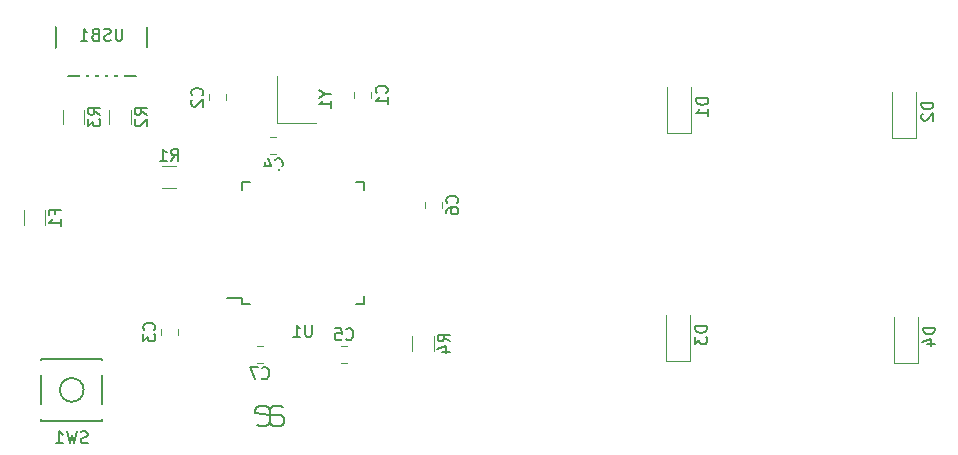
<source format=gbo>
G04 #@! TF.GenerationSoftware,KiCad,Pcbnew,(5.1.4)-1*
G04 #@! TF.CreationDate,2021-03-02T11:58:10-08:00*
G04 #@! TF.ProjectId,NMB-75,4e4d422d-3735-42e6-9b69-6361645f7063,rev?*
G04 #@! TF.SameCoordinates,Original*
G04 #@! TF.FileFunction,Legend,Bot*
G04 #@! TF.FilePolarity,Positive*
%FSLAX46Y46*%
G04 Gerber Fmt 4.6, Leading zero omitted, Abs format (unit mm)*
G04 Created by KiCad (PCBNEW (5.1.4)-1) date 2021-03-02 11:58:10*
%MOMM*%
%LPD*%
G04 APERTURE LIST*
%ADD10C,0.150000*%
%ADD11C,0.120000*%
%ADD12R,1.302000X1.502000*%
%ADD13O,1.802000X2.802000*%
%ADD14R,0.602000X2.352000*%
%ADD15R,0.652000X1.602000*%
%ADD16R,1.602000X0.652000*%
%ADD17R,1.902000X1.202000*%
%ADD18C,0.100000*%
%ADD19C,1.352000*%
%ADD20C,1.852000*%
%ADD21C,2.352000*%
%ADD22C,4.089800*%
%ADD23C,2.352000*%
%ADD24R,1.302000X1.002000*%
%ADD25C,1.077000*%
G04 APERTURE END LIST*
D10*
X112213571Y-117051666D02*
X111971666Y-116930714D01*
X111487857Y-116930714D01*
X111245952Y-117051666D01*
X111125000Y-117293571D01*
X110036428Y-118503095D02*
X110278333Y-118624047D01*
X110762142Y-118624047D01*
X111004047Y-118503095D01*
X111125000Y-118261190D01*
X111125000Y-117293571D01*
X111004047Y-117051666D01*
X110762142Y-116930714D01*
X110278333Y-116930714D01*
X110036428Y-117051666D01*
X109915476Y-117293571D01*
X109915476Y-117535476D01*
X111125000Y-117656428D01*
X111971666Y-117656428D01*
X112213571Y-117777380D01*
X112334523Y-118019285D01*
X112334523Y-118261190D01*
X112213571Y-118503095D01*
X111971666Y-118624047D01*
X111487857Y-118624047D01*
X111245952Y-118503095D01*
X111125000Y-118261190D01*
D11*
X111761000Y-92963750D02*
X111761000Y-88963750D01*
X115061000Y-92963750D02*
X111761000Y-92963750D01*
D10*
X93051000Y-83511000D02*
X93051000Y-88961000D01*
X100751000Y-83511000D02*
X100751000Y-88961000D01*
X93051000Y-88961000D02*
X100751000Y-88961000D01*
X108744000Y-107755750D02*
X107469000Y-107755750D01*
X119094000Y-108330750D02*
X118419000Y-108330750D01*
X119094000Y-97980750D02*
X118419000Y-97980750D01*
X108744000Y-97980750D02*
X109419000Y-97980750D01*
X108744000Y-108330750D02*
X109419000Y-108330750D01*
X108744000Y-97980750D02*
X108744000Y-98655750D01*
X119094000Y-97980750D02*
X119094000Y-98655750D01*
X119094000Y-108330750D02*
X119094000Y-107655750D01*
X108744000Y-108330750D02*
X108744000Y-107755750D01*
X96961000Y-112970000D02*
X91761000Y-112970000D01*
X91761000Y-112970000D02*
X91761000Y-118170000D01*
X91761000Y-118170000D02*
X96961000Y-118170000D01*
X96961000Y-118170000D02*
X96961000Y-112970000D01*
X95361000Y-115570000D02*
G75*
G03X95361000Y-115570000I-1000000J0D01*
G01*
D11*
X123169000Y-112238064D02*
X123169000Y-111033936D01*
X124989000Y-112238064D02*
X124989000Y-111033936D01*
X93578000Y-93055064D02*
X93578000Y-91850936D01*
X95398000Y-93055064D02*
X95398000Y-91850936D01*
X97515000Y-93061064D02*
X97515000Y-91856936D01*
X99335000Y-93061064D02*
X99335000Y-91856936D01*
X103215064Y-98446000D02*
X102010936Y-98446000D01*
X103215064Y-96626000D02*
X102010936Y-96626000D01*
X90276000Y-101570064D02*
X90276000Y-100365936D01*
X92096000Y-101570064D02*
X92096000Y-100365936D01*
X165973000Y-113278750D02*
X165973000Y-109378750D01*
X163973000Y-113278750D02*
X163973000Y-109378750D01*
X165973000Y-113278750D02*
X163973000Y-113278750D01*
X146669000Y-113152750D02*
X146669000Y-109252750D01*
X144669000Y-113152750D02*
X144669000Y-109252750D01*
X146669000Y-113152750D02*
X144669000Y-113152750D01*
X165846000Y-94228750D02*
X165846000Y-90328750D01*
X163846000Y-94228750D02*
X163846000Y-90328750D01*
X165846000Y-94228750D02*
X163846000Y-94228750D01*
X146796000Y-93849750D02*
X146796000Y-89949750D01*
X144796000Y-93849750D02*
X144796000Y-89949750D01*
X146796000Y-93849750D02*
X144796000Y-93849750D01*
X110025922Y-111843750D02*
X110543078Y-111843750D01*
X110025922Y-113263750D02*
X110543078Y-113263750D01*
X124258000Y-100160828D02*
X124258000Y-99643672D01*
X125678000Y-100160828D02*
X125678000Y-99643672D01*
X117685078Y-113263750D02*
X117167922Y-113263750D01*
X117685078Y-111843750D02*
X117167922Y-111843750D01*
X111168922Y-94159000D02*
X111686078Y-94159000D01*
X111168922Y-95579000D02*
X111686078Y-95579000D01*
X103326000Y-110406922D02*
X103326000Y-110924078D01*
X101906000Y-110406922D02*
X101906000Y-110924078D01*
X107390000Y-90529672D02*
X107390000Y-91046828D01*
X105970000Y-90529672D02*
X105970000Y-91046828D01*
X118289000Y-90841328D02*
X118289000Y-90324172D01*
X119709000Y-90841328D02*
X119709000Y-90324172D01*
D10*
X115837190Y-90487559D02*
X116313380Y-90487559D01*
X115313380Y-90154226D02*
X115837190Y-90487559D01*
X115313380Y-90820892D01*
X116313380Y-91678035D02*
X116313380Y-91106607D01*
X116313380Y-91392321D02*
X115313380Y-91392321D01*
X115456238Y-91297083D01*
X115551476Y-91201845D01*
X115599095Y-91106607D01*
X98639095Y-84995380D02*
X98639095Y-85804904D01*
X98591476Y-85900142D01*
X98543857Y-85947761D01*
X98448619Y-85995380D01*
X98258142Y-85995380D01*
X98162904Y-85947761D01*
X98115285Y-85900142D01*
X98067666Y-85804904D01*
X98067666Y-84995380D01*
X97639095Y-85947761D02*
X97496238Y-85995380D01*
X97258142Y-85995380D01*
X97162904Y-85947761D01*
X97115285Y-85900142D01*
X97067666Y-85804904D01*
X97067666Y-85709666D01*
X97115285Y-85614428D01*
X97162904Y-85566809D01*
X97258142Y-85519190D01*
X97448619Y-85471571D01*
X97543857Y-85423952D01*
X97591476Y-85376333D01*
X97639095Y-85281095D01*
X97639095Y-85185857D01*
X97591476Y-85090619D01*
X97543857Y-85043000D01*
X97448619Y-84995380D01*
X97210523Y-84995380D01*
X97067666Y-85043000D01*
X96305761Y-85471571D02*
X96162904Y-85519190D01*
X96115285Y-85566809D01*
X96067666Y-85662047D01*
X96067666Y-85804904D01*
X96115285Y-85900142D01*
X96162904Y-85947761D01*
X96258142Y-85995380D01*
X96639095Y-85995380D01*
X96639095Y-84995380D01*
X96305761Y-84995380D01*
X96210523Y-85043000D01*
X96162904Y-85090619D01*
X96115285Y-85185857D01*
X96115285Y-85281095D01*
X96162904Y-85376333D01*
X96210523Y-85423952D01*
X96305761Y-85471571D01*
X96639095Y-85471571D01*
X95115285Y-85995380D02*
X95686714Y-85995380D01*
X95401000Y-85995380D02*
X95401000Y-84995380D01*
X95496238Y-85138238D01*
X95591476Y-85233476D01*
X95686714Y-85281095D01*
X114680904Y-110058130D02*
X114680904Y-110867654D01*
X114633285Y-110962892D01*
X114585666Y-111010511D01*
X114490428Y-111058130D01*
X114299952Y-111058130D01*
X114204714Y-111010511D01*
X114157095Y-110962892D01*
X114109476Y-110867654D01*
X114109476Y-110058130D01*
X113109476Y-111058130D02*
X113680904Y-111058130D01*
X113395190Y-111058130D02*
X113395190Y-110058130D01*
X113490428Y-110200988D01*
X113585666Y-110296226D01*
X113680904Y-110343845D01*
X95694333Y-120038761D02*
X95551476Y-120086380D01*
X95313380Y-120086380D01*
X95218142Y-120038761D01*
X95170523Y-119991142D01*
X95122904Y-119895904D01*
X95122904Y-119800666D01*
X95170523Y-119705428D01*
X95218142Y-119657809D01*
X95313380Y-119610190D01*
X95503857Y-119562571D01*
X95599095Y-119514952D01*
X95646714Y-119467333D01*
X95694333Y-119372095D01*
X95694333Y-119276857D01*
X95646714Y-119181619D01*
X95599095Y-119134000D01*
X95503857Y-119086380D01*
X95265761Y-119086380D01*
X95122904Y-119134000D01*
X94789571Y-119086380D02*
X94551476Y-120086380D01*
X94361000Y-119372095D01*
X94170523Y-120086380D01*
X93932428Y-119086380D01*
X93027666Y-120086380D02*
X93599095Y-120086380D01*
X93313380Y-120086380D02*
X93313380Y-119086380D01*
X93408619Y-119229238D01*
X93503857Y-119324476D01*
X93599095Y-119372095D01*
X126351380Y-111469333D02*
X125875190Y-111136000D01*
X126351380Y-110897904D02*
X125351380Y-110897904D01*
X125351380Y-111278857D01*
X125399000Y-111374095D01*
X125446619Y-111421714D01*
X125541857Y-111469333D01*
X125684714Y-111469333D01*
X125779952Y-111421714D01*
X125827571Y-111374095D01*
X125875190Y-111278857D01*
X125875190Y-110897904D01*
X125684714Y-112326476D02*
X126351380Y-112326476D01*
X125303761Y-112088380D02*
X126018047Y-111850285D01*
X126018047Y-112469333D01*
X96760380Y-92286333D02*
X96284190Y-91953000D01*
X96760380Y-91714904D02*
X95760380Y-91714904D01*
X95760380Y-92095857D01*
X95808000Y-92191095D01*
X95855619Y-92238714D01*
X95950857Y-92286333D01*
X96093714Y-92286333D01*
X96188952Y-92238714D01*
X96236571Y-92191095D01*
X96284190Y-92095857D01*
X96284190Y-91714904D01*
X95760380Y-92619666D02*
X95760380Y-93238714D01*
X96141333Y-92905380D01*
X96141333Y-93048238D01*
X96188952Y-93143476D01*
X96236571Y-93191095D01*
X96331809Y-93238714D01*
X96569904Y-93238714D01*
X96665142Y-93191095D01*
X96712761Y-93143476D01*
X96760380Y-93048238D01*
X96760380Y-92762523D01*
X96712761Y-92667285D01*
X96665142Y-92619666D01*
X100697380Y-92292333D02*
X100221190Y-91959000D01*
X100697380Y-91720904D02*
X99697380Y-91720904D01*
X99697380Y-92101857D01*
X99745000Y-92197095D01*
X99792619Y-92244714D01*
X99887857Y-92292333D01*
X100030714Y-92292333D01*
X100125952Y-92244714D01*
X100173571Y-92197095D01*
X100221190Y-92101857D01*
X100221190Y-91720904D01*
X99792619Y-92673285D02*
X99745000Y-92720904D01*
X99697380Y-92816142D01*
X99697380Y-93054238D01*
X99745000Y-93149476D01*
X99792619Y-93197095D01*
X99887857Y-93244714D01*
X99983095Y-93244714D01*
X100125952Y-93197095D01*
X100697380Y-92625666D01*
X100697380Y-93244714D01*
X102779666Y-96168380D02*
X103113000Y-95692190D01*
X103351095Y-96168380D02*
X103351095Y-95168380D01*
X102970142Y-95168380D01*
X102874904Y-95216000D01*
X102827285Y-95263619D01*
X102779666Y-95358857D01*
X102779666Y-95501714D01*
X102827285Y-95596952D01*
X102874904Y-95644571D01*
X102970142Y-95692190D01*
X103351095Y-95692190D01*
X101827285Y-96168380D02*
X102398714Y-96168380D01*
X102113000Y-96168380D02*
X102113000Y-95168380D01*
X102208238Y-95311238D01*
X102303476Y-95406476D01*
X102398714Y-95454095D01*
X92934571Y-100634666D02*
X92934571Y-100301333D01*
X93458380Y-100301333D02*
X92458380Y-100301333D01*
X92458380Y-100777523D01*
X93458380Y-101682285D02*
X93458380Y-101110857D01*
X93458380Y-101396571D02*
X92458380Y-101396571D01*
X92601238Y-101301333D01*
X92696476Y-101206095D01*
X92744095Y-101110857D01*
X167425380Y-110290654D02*
X166425380Y-110290654D01*
X166425380Y-110528750D01*
X166473000Y-110671607D01*
X166568238Y-110766845D01*
X166663476Y-110814464D01*
X166853952Y-110862083D01*
X166996809Y-110862083D01*
X167187285Y-110814464D01*
X167282523Y-110766845D01*
X167377761Y-110671607D01*
X167425380Y-110528750D01*
X167425380Y-110290654D01*
X166758714Y-111719226D02*
X167425380Y-111719226D01*
X166377761Y-111481130D02*
X167092047Y-111243035D01*
X167092047Y-111862083D01*
X148121380Y-110164654D02*
X147121380Y-110164654D01*
X147121380Y-110402750D01*
X147169000Y-110545607D01*
X147264238Y-110640845D01*
X147359476Y-110688464D01*
X147549952Y-110736083D01*
X147692809Y-110736083D01*
X147883285Y-110688464D01*
X147978523Y-110640845D01*
X148073761Y-110545607D01*
X148121380Y-110402750D01*
X148121380Y-110164654D01*
X147121380Y-111069416D02*
X147121380Y-111688464D01*
X147502333Y-111355130D01*
X147502333Y-111497988D01*
X147549952Y-111593226D01*
X147597571Y-111640845D01*
X147692809Y-111688464D01*
X147930904Y-111688464D01*
X148026142Y-111640845D01*
X148073761Y-111593226D01*
X148121380Y-111497988D01*
X148121380Y-111212273D01*
X148073761Y-111117035D01*
X148026142Y-111069416D01*
X167298380Y-91240654D02*
X166298380Y-91240654D01*
X166298380Y-91478750D01*
X166346000Y-91621607D01*
X166441238Y-91716845D01*
X166536476Y-91764464D01*
X166726952Y-91812083D01*
X166869809Y-91812083D01*
X167060285Y-91764464D01*
X167155523Y-91716845D01*
X167250761Y-91621607D01*
X167298380Y-91478750D01*
X167298380Y-91240654D01*
X166393619Y-92193035D02*
X166346000Y-92240654D01*
X166298380Y-92335892D01*
X166298380Y-92573988D01*
X166346000Y-92669226D01*
X166393619Y-92716845D01*
X166488857Y-92764464D01*
X166584095Y-92764464D01*
X166726952Y-92716845D01*
X167298380Y-92145416D01*
X167298380Y-92764464D01*
X148248380Y-90861654D02*
X147248380Y-90861654D01*
X147248380Y-91099750D01*
X147296000Y-91242607D01*
X147391238Y-91337845D01*
X147486476Y-91385464D01*
X147676952Y-91433083D01*
X147819809Y-91433083D01*
X148010285Y-91385464D01*
X148105523Y-91337845D01*
X148200761Y-91242607D01*
X148248380Y-91099750D01*
X148248380Y-90861654D01*
X148248380Y-92385464D02*
X148248380Y-91814035D01*
X148248380Y-92099750D02*
X147248380Y-92099750D01*
X147391238Y-92004511D01*
X147486476Y-91909273D01*
X147534095Y-91814035D01*
X110451166Y-114560892D02*
X110498785Y-114608511D01*
X110641642Y-114656130D01*
X110736880Y-114656130D01*
X110879738Y-114608511D01*
X110974976Y-114513273D01*
X111022595Y-114418035D01*
X111070214Y-114227559D01*
X111070214Y-114084702D01*
X111022595Y-113894226D01*
X110974976Y-113798988D01*
X110879738Y-113703750D01*
X110736880Y-113656130D01*
X110641642Y-113656130D01*
X110498785Y-113703750D01*
X110451166Y-113751369D01*
X110117833Y-113656130D02*
X109451166Y-113656130D01*
X109879738Y-114656130D01*
X126975142Y-99735583D02*
X127022761Y-99687964D01*
X127070380Y-99545107D01*
X127070380Y-99449869D01*
X127022761Y-99307011D01*
X126927523Y-99211773D01*
X126832285Y-99164154D01*
X126641809Y-99116535D01*
X126498952Y-99116535D01*
X126308476Y-99164154D01*
X126213238Y-99211773D01*
X126118000Y-99307011D01*
X126070380Y-99449869D01*
X126070380Y-99545107D01*
X126118000Y-99687964D01*
X126165619Y-99735583D01*
X126070380Y-100592726D02*
X126070380Y-100402250D01*
X126118000Y-100307011D01*
X126165619Y-100259392D01*
X126308476Y-100164154D01*
X126498952Y-100116535D01*
X126879904Y-100116535D01*
X126975142Y-100164154D01*
X127022761Y-100211773D01*
X127070380Y-100307011D01*
X127070380Y-100497488D01*
X127022761Y-100592726D01*
X126975142Y-100640345D01*
X126879904Y-100687964D01*
X126641809Y-100687964D01*
X126546571Y-100640345D01*
X126498952Y-100592726D01*
X126451333Y-100497488D01*
X126451333Y-100307011D01*
X126498952Y-100211773D01*
X126546571Y-100164154D01*
X126641809Y-100116535D01*
X117593166Y-111260892D02*
X117640785Y-111308511D01*
X117783642Y-111356130D01*
X117878880Y-111356130D01*
X118021738Y-111308511D01*
X118116976Y-111213273D01*
X118164595Y-111118035D01*
X118212214Y-110927559D01*
X118212214Y-110784702D01*
X118164595Y-110594226D01*
X118116976Y-110498988D01*
X118021738Y-110403750D01*
X117878880Y-110356130D01*
X117783642Y-110356130D01*
X117640785Y-110403750D01*
X117593166Y-110451369D01*
X116688404Y-110356130D02*
X117164595Y-110356130D01*
X117212214Y-110832321D01*
X117164595Y-110784702D01*
X117069357Y-110737083D01*
X116831261Y-110737083D01*
X116736023Y-110784702D01*
X116688404Y-110832321D01*
X116640785Y-110927559D01*
X116640785Y-111165654D01*
X116688404Y-111260892D01*
X116736023Y-111308511D01*
X116831261Y-111356130D01*
X117069357Y-111356130D01*
X117164595Y-111308511D01*
X117212214Y-111260892D01*
X111594166Y-96876142D02*
X111641785Y-96923761D01*
X111784642Y-96971380D01*
X111879880Y-96971380D01*
X112022738Y-96923761D01*
X112117976Y-96828523D01*
X112165595Y-96733285D01*
X112213214Y-96542809D01*
X112213214Y-96399952D01*
X112165595Y-96209476D01*
X112117976Y-96114238D01*
X112022738Y-96019000D01*
X111879880Y-95971380D01*
X111784642Y-95971380D01*
X111641785Y-96019000D01*
X111594166Y-96066619D01*
X110737023Y-96304714D02*
X110737023Y-96971380D01*
X110975119Y-95923761D02*
X111213214Y-96638047D01*
X110594166Y-96638047D01*
X101323142Y-110498833D02*
X101370761Y-110451214D01*
X101418380Y-110308357D01*
X101418380Y-110213119D01*
X101370761Y-110070261D01*
X101275523Y-109975023D01*
X101180285Y-109927404D01*
X100989809Y-109879785D01*
X100846952Y-109879785D01*
X100656476Y-109927404D01*
X100561238Y-109975023D01*
X100466000Y-110070261D01*
X100418380Y-110213119D01*
X100418380Y-110308357D01*
X100466000Y-110451214D01*
X100513619Y-110498833D01*
X100418380Y-110832166D02*
X100418380Y-111451214D01*
X100799333Y-111117880D01*
X100799333Y-111260738D01*
X100846952Y-111355976D01*
X100894571Y-111403595D01*
X100989809Y-111451214D01*
X101227904Y-111451214D01*
X101323142Y-111403595D01*
X101370761Y-111355976D01*
X101418380Y-111260738D01*
X101418380Y-110975023D01*
X101370761Y-110879785D01*
X101323142Y-110832166D01*
X105387142Y-90621583D02*
X105434761Y-90573964D01*
X105482380Y-90431107D01*
X105482380Y-90335869D01*
X105434761Y-90193011D01*
X105339523Y-90097773D01*
X105244285Y-90050154D01*
X105053809Y-90002535D01*
X104910952Y-90002535D01*
X104720476Y-90050154D01*
X104625238Y-90097773D01*
X104530000Y-90193011D01*
X104482380Y-90335869D01*
X104482380Y-90431107D01*
X104530000Y-90573964D01*
X104577619Y-90621583D01*
X104577619Y-91002535D02*
X104530000Y-91050154D01*
X104482380Y-91145392D01*
X104482380Y-91383488D01*
X104530000Y-91478726D01*
X104577619Y-91526345D01*
X104672857Y-91573964D01*
X104768095Y-91573964D01*
X104910952Y-91526345D01*
X105482380Y-90954916D01*
X105482380Y-91573964D01*
X121006142Y-90416083D02*
X121053761Y-90368464D01*
X121101380Y-90225607D01*
X121101380Y-90130369D01*
X121053761Y-89987511D01*
X120958523Y-89892273D01*
X120863285Y-89844654D01*
X120672809Y-89797035D01*
X120529952Y-89797035D01*
X120339476Y-89844654D01*
X120244238Y-89892273D01*
X120149000Y-89987511D01*
X120101380Y-90130369D01*
X120101380Y-90225607D01*
X120149000Y-90368464D01*
X120196619Y-90416083D01*
X121101380Y-91368464D02*
X121101380Y-90797035D01*
X121101380Y-91082750D02*
X120101380Y-91082750D01*
X120244238Y-90987511D01*
X120339476Y-90892273D01*
X120387095Y-90797035D01*
%LPC*%
D12*
X114261000Y-92063750D03*
X114261000Y-89863750D03*
X112561000Y-89863750D03*
X112561000Y-92063750D03*
D13*
X93251000Y-83511000D03*
X100551000Y-83511000D03*
X100551000Y-88011000D03*
X93251000Y-88011000D03*
D14*
X95301000Y-88011000D03*
X96101000Y-88011000D03*
X96901000Y-88011000D03*
X97701000Y-88011000D03*
X98501000Y-88011000D03*
D15*
X109919000Y-108855750D03*
X110719000Y-108855750D03*
X111519000Y-108855750D03*
X112319000Y-108855750D03*
X113119000Y-108855750D03*
X113919000Y-108855750D03*
X114719000Y-108855750D03*
X115519000Y-108855750D03*
X116319000Y-108855750D03*
X117119000Y-108855750D03*
X117919000Y-108855750D03*
D16*
X119619000Y-107155750D03*
X119619000Y-106355750D03*
X119619000Y-105555750D03*
X119619000Y-104755750D03*
X119619000Y-103955750D03*
X119619000Y-103155750D03*
X119619000Y-102355750D03*
X119619000Y-101555750D03*
X119619000Y-100755750D03*
X119619000Y-99955750D03*
X119619000Y-99155750D03*
D15*
X117919000Y-97455750D03*
X117119000Y-97455750D03*
X116319000Y-97455750D03*
X115519000Y-97455750D03*
X114719000Y-97455750D03*
X113919000Y-97455750D03*
X113119000Y-97455750D03*
X112319000Y-97455750D03*
X111519000Y-97455750D03*
X110719000Y-97455750D03*
X109919000Y-97455750D03*
D16*
X108219000Y-99155750D03*
X108219000Y-99955750D03*
X108219000Y-100755750D03*
X108219000Y-101555750D03*
X108219000Y-102355750D03*
X108219000Y-103155750D03*
X108219000Y-103955750D03*
X108219000Y-104755750D03*
X108219000Y-105555750D03*
X108219000Y-106355750D03*
X108219000Y-107155750D03*
D17*
X97461000Y-117420000D03*
X91261000Y-113720000D03*
X97461000Y-113720000D03*
X91261000Y-117420000D03*
D18*
G36*
X124761104Y-109561302D02*
G01*
X124787352Y-109565196D01*
X124813093Y-109571643D01*
X124838078Y-109580583D01*
X124862066Y-109591928D01*
X124884826Y-109605571D01*
X124906140Y-109621378D01*
X124925802Y-109639198D01*
X124943622Y-109658860D01*
X124959429Y-109680174D01*
X124973072Y-109702934D01*
X124984417Y-109726922D01*
X124993357Y-109751907D01*
X124999804Y-109777648D01*
X125003698Y-109803896D01*
X125005000Y-109830400D01*
X125005000Y-110641600D01*
X125003698Y-110668104D01*
X124999804Y-110694352D01*
X124993357Y-110720093D01*
X124984417Y-110745078D01*
X124973072Y-110769066D01*
X124959429Y-110791826D01*
X124943622Y-110813140D01*
X124925802Y-110832802D01*
X124906140Y-110850622D01*
X124884826Y-110866429D01*
X124862066Y-110880072D01*
X124838078Y-110891417D01*
X124813093Y-110900357D01*
X124787352Y-110906804D01*
X124761104Y-110910698D01*
X124734600Y-110912000D01*
X123423400Y-110912000D01*
X123396896Y-110910698D01*
X123370648Y-110906804D01*
X123344907Y-110900357D01*
X123319922Y-110891417D01*
X123295934Y-110880072D01*
X123273174Y-110866429D01*
X123251860Y-110850622D01*
X123232198Y-110832802D01*
X123214378Y-110813140D01*
X123198571Y-110791826D01*
X123184928Y-110769066D01*
X123173583Y-110745078D01*
X123164643Y-110720093D01*
X123158196Y-110694352D01*
X123154302Y-110668104D01*
X123153000Y-110641600D01*
X123153000Y-109830400D01*
X123154302Y-109803896D01*
X123158196Y-109777648D01*
X123164643Y-109751907D01*
X123173583Y-109726922D01*
X123184928Y-109702934D01*
X123198571Y-109680174D01*
X123214378Y-109658860D01*
X123232198Y-109639198D01*
X123251860Y-109621378D01*
X123273174Y-109605571D01*
X123295934Y-109591928D01*
X123319922Y-109580583D01*
X123344907Y-109571643D01*
X123370648Y-109565196D01*
X123396896Y-109561302D01*
X123423400Y-109560000D01*
X124734600Y-109560000D01*
X124761104Y-109561302D01*
X124761104Y-109561302D01*
G37*
D19*
X124079000Y-110236000D03*
D18*
G36*
X124761104Y-112361302D02*
G01*
X124787352Y-112365196D01*
X124813093Y-112371643D01*
X124838078Y-112380583D01*
X124862066Y-112391928D01*
X124884826Y-112405571D01*
X124906140Y-112421378D01*
X124925802Y-112439198D01*
X124943622Y-112458860D01*
X124959429Y-112480174D01*
X124973072Y-112502934D01*
X124984417Y-112526922D01*
X124993357Y-112551907D01*
X124999804Y-112577648D01*
X125003698Y-112603896D01*
X125005000Y-112630400D01*
X125005000Y-113441600D01*
X125003698Y-113468104D01*
X124999804Y-113494352D01*
X124993357Y-113520093D01*
X124984417Y-113545078D01*
X124973072Y-113569066D01*
X124959429Y-113591826D01*
X124943622Y-113613140D01*
X124925802Y-113632802D01*
X124906140Y-113650622D01*
X124884826Y-113666429D01*
X124862066Y-113680072D01*
X124838078Y-113691417D01*
X124813093Y-113700357D01*
X124787352Y-113706804D01*
X124761104Y-113710698D01*
X124734600Y-113712000D01*
X123423400Y-113712000D01*
X123396896Y-113710698D01*
X123370648Y-113706804D01*
X123344907Y-113700357D01*
X123319922Y-113691417D01*
X123295934Y-113680072D01*
X123273174Y-113666429D01*
X123251860Y-113650622D01*
X123232198Y-113632802D01*
X123214378Y-113613140D01*
X123198571Y-113591826D01*
X123184928Y-113569066D01*
X123173583Y-113545078D01*
X123164643Y-113520093D01*
X123158196Y-113494352D01*
X123154302Y-113468104D01*
X123153000Y-113441600D01*
X123153000Y-112630400D01*
X123154302Y-112603896D01*
X123158196Y-112577648D01*
X123164643Y-112551907D01*
X123173583Y-112526922D01*
X123184928Y-112502934D01*
X123198571Y-112480174D01*
X123214378Y-112458860D01*
X123232198Y-112439198D01*
X123251860Y-112421378D01*
X123273174Y-112405571D01*
X123295934Y-112391928D01*
X123319922Y-112380583D01*
X123344907Y-112371643D01*
X123370648Y-112365196D01*
X123396896Y-112361302D01*
X123423400Y-112360000D01*
X124734600Y-112360000D01*
X124761104Y-112361302D01*
X124761104Y-112361302D01*
G37*
D19*
X124079000Y-113036000D03*
D18*
G36*
X95170104Y-90378302D02*
G01*
X95196352Y-90382196D01*
X95222093Y-90388643D01*
X95247078Y-90397583D01*
X95271066Y-90408928D01*
X95293826Y-90422571D01*
X95315140Y-90438378D01*
X95334802Y-90456198D01*
X95352622Y-90475860D01*
X95368429Y-90497174D01*
X95382072Y-90519934D01*
X95393417Y-90543922D01*
X95402357Y-90568907D01*
X95408804Y-90594648D01*
X95412698Y-90620896D01*
X95414000Y-90647400D01*
X95414000Y-91458600D01*
X95412698Y-91485104D01*
X95408804Y-91511352D01*
X95402357Y-91537093D01*
X95393417Y-91562078D01*
X95382072Y-91586066D01*
X95368429Y-91608826D01*
X95352622Y-91630140D01*
X95334802Y-91649802D01*
X95315140Y-91667622D01*
X95293826Y-91683429D01*
X95271066Y-91697072D01*
X95247078Y-91708417D01*
X95222093Y-91717357D01*
X95196352Y-91723804D01*
X95170104Y-91727698D01*
X95143600Y-91729000D01*
X93832400Y-91729000D01*
X93805896Y-91727698D01*
X93779648Y-91723804D01*
X93753907Y-91717357D01*
X93728922Y-91708417D01*
X93704934Y-91697072D01*
X93682174Y-91683429D01*
X93660860Y-91667622D01*
X93641198Y-91649802D01*
X93623378Y-91630140D01*
X93607571Y-91608826D01*
X93593928Y-91586066D01*
X93582583Y-91562078D01*
X93573643Y-91537093D01*
X93567196Y-91511352D01*
X93563302Y-91485104D01*
X93562000Y-91458600D01*
X93562000Y-90647400D01*
X93563302Y-90620896D01*
X93567196Y-90594648D01*
X93573643Y-90568907D01*
X93582583Y-90543922D01*
X93593928Y-90519934D01*
X93607571Y-90497174D01*
X93623378Y-90475860D01*
X93641198Y-90456198D01*
X93660860Y-90438378D01*
X93682174Y-90422571D01*
X93704934Y-90408928D01*
X93728922Y-90397583D01*
X93753907Y-90388643D01*
X93779648Y-90382196D01*
X93805896Y-90378302D01*
X93832400Y-90377000D01*
X95143600Y-90377000D01*
X95170104Y-90378302D01*
X95170104Y-90378302D01*
G37*
D19*
X94488000Y-91053000D03*
D18*
G36*
X95170104Y-93178302D02*
G01*
X95196352Y-93182196D01*
X95222093Y-93188643D01*
X95247078Y-93197583D01*
X95271066Y-93208928D01*
X95293826Y-93222571D01*
X95315140Y-93238378D01*
X95334802Y-93256198D01*
X95352622Y-93275860D01*
X95368429Y-93297174D01*
X95382072Y-93319934D01*
X95393417Y-93343922D01*
X95402357Y-93368907D01*
X95408804Y-93394648D01*
X95412698Y-93420896D01*
X95414000Y-93447400D01*
X95414000Y-94258600D01*
X95412698Y-94285104D01*
X95408804Y-94311352D01*
X95402357Y-94337093D01*
X95393417Y-94362078D01*
X95382072Y-94386066D01*
X95368429Y-94408826D01*
X95352622Y-94430140D01*
X95334802Y-94449802D01*
X95315140Y-94467622D01*
X95293826Y-94483429D01*
X95271066Y-94497072D01*
X95247078Y-94508417D01*
X95222093Y-94517357D01*
X95196352Y-94523804D01*
X95170104Y-94527698D01*
X95143600Y-94529000D01*
X93832400Y-94529000D01*
X93805896Y-94527698D01*
X93779648Y-94523804D01*
X93753907Y-94517357D01*
X93728922Y-94508417D01*
X93704934Y-94497072D01*
X93682174Y-94483429D01*
X93660860Y-94467622D01*
X93641198Y-94449802D01*
X93623378Y-94430140D01*
X93607571Y-94408826D01*
X93593928Y-94386066D01*
X93582583Y-94362078D01*
X93573643Y-94337093D01*
X93567196Y-94311352D01*
X93563302Y-94285104D01*
X93562000Y-94258600D01*
X93562000Y-93447400D01*
X93563302Y-93420896D01*
X93567196Y-93394648D01*
X93573643Y-93368907D01*
X93582583Y-93343922D01*
X93593928Y-93319934D01*
X93607571Y-93297174D01*
X93623378Y-93275860D01*
X93641198Y-93256198D01*
X93660860Y-93238378D01*
X93682174Y-93222571D01*
X93704934Y-93208928D01*
X93728922Y-93197583D01*
X93753907Y-93188643D01*
X93779648Y-93182196D01*
X93805896Y-93178302D01*
X93832400Y-93177000D01*
X95143600Y-93177000D01*
X95170104Y-93178302D01*
X95170104Y-93178302D01*
G37*
D19*
X94488000Y-93853000D03*
D18*
G36*
X99107104Y-90384302D02*
G01*
X99133352Y-90388196D01*
X99159093Y-90394643D01*
X99184078Y-90403583D01*
X99208066Y-90414928D01*
X99230826Y-90428571D01*
X99252140Y-90444378D01*
X99271802Y-90462198D01*
X99289622Y-90481860D01*
X99305429Y-90503174D01*
X99319072Y-90525934D01*
X99330417Y-90549922D01*
X99339357Y-90574907D01*
X99345804Y-90600648D01*
X99349698Y-90626896D01*
X99351000Y-90653400D01*
X99351000Y-91464600D01*
X99349698Y-91491104D01*
X99345804Y-91517352D01*
X99339357Y-91543093D01*
X99330417Y-91568078D01*
X99319072Y-91592066D01*
X99305429Y-91614826D01*
X99289622Y-91636140D01*
X99271802Y-91655802D01*
X99252140Y-91673622D01*
X99230826Y-91689429D01*
X99208066Y-91703072D01*
X99184078Y-91714417D01*
X99159093Y-91723357D01*
X99133352Y-91729804D01*
X99107104Y-91733698D01*
X99080600Y-91735000D01*
X97769400Y-91735000D01*
X97742896Y-91733698D01*
X97716648Y-91729804D01*
X97690907Y-91723357D01*
X97665922Y-91714417D01*
X97641934Y-91703072D01*
X97619174Y-91689429D01*
X97597860Y-91673622D01*
X97578198Y-91655802D01*
X97560378Y-91636140D01*
X97544571Y-91614826D01*
X97530928Y-91592066D01*
X97519583Y-91568078D01*
X97510643Y-91543093D01*
X97504196Y-91517352D01*
X97500302Y-91491104D01*
X97499000Y-91464600D01*
X97499000Y-90653400D01*
X97500302Y-90626896D01*
X97504196Y-90600648D01*
X97510643Y-90574907D01*
X97519583Y-90549922D01*
X97530928Y-90525934D01*
X97544571Y-90503174D01*
X97560378Y-90481860D01*
X97578198Y-90462198D01*
X97597860Y-90444378D01*
X97619174Y-90428571D01*
X97641934Y-90414928D01*
X97665922Y-90403583D01*
X97690907Y-90394643D01*
X97716648Y-90388196D01*
X97742896Y-90384302D01*
X97769400Y-90383000D01*
X99080600Y-90383000D01*
X99107104Y-90384302D01*
X99107104Y-90384302D01*
G37*
D19*
X98425000Y-91059000D03*
D18*
G36*
X99107104Y-93184302D02*
G01*
X99133352Y-93188196D01*
X99159093Y-93194643D01*
X99184078Y-93203583D01*
X99208066Y-93214928D01*
X99230826Y-93228571D01*
X99252140Y-93244378D01*
X99271802Y-93262198D01*
X99289622Y-93281860D01*
X99305429Y-93303174D01*
X99319072Y-93325934D01*
X99330417Y-93349922D01*
X99339357Y-93374907D01*
X99345804Y-93400648D01*
X99349698Y-93426896D01*
X99351000Y-93453400D01*
X99351000Y-94264600D01*
X99349698Y-94291104D01*
X99345804Y-94317352D01*
X99339357Y-94343093D01*
X99330417Y-94368078D01*
X99319072Y-94392066D01*
X99305429Y-94414826D01*
X99289622Y-94436140D01*
X99271802Y-94455802D01*
X99252140Y-94473622D01*
X99230826Y-94489429D01*
X99208066Y-94503072D01*
X99184078Y-94514417D01*
X99159093Y-94523357D01*
X99133352Y-94529804D01*
X99107104Y-94533698D01*
X99080600Y-94535000D01*
X97769400Y-94535000D01*
X97742896Y-94533698D01*
X97716648Y-94529804D01*
X97690907Y-94523357D01*
X97665922Y-94514417D01*
X97641934Y-94503072D01*
X97619174Y-94489429D01*
X97597860Y-94473622D01*
X97578198Y-94455802D01*
X97560378Y-94436140D01*
X97544571Y-94414826D01*
X97530928Y-94392066D01*
X97519583Y-94368078D01*
X97510643Y-94343093D01*
X97504196Y-94317352D01*
X97500302Y-94291104D01*
X97499000Y-94264600D01*
X97499000Y-93453400D01*
X97500302Y-93426896D01*
X97504196Y-93400648D01*
X97510643Y-93374907D01*
X97519583Y-93349922D01*
X97530928Y-93325934D01*
X97544571Y-93303174D01*
X97560378Y-93281860D01*
X97578198Y-93262198D01*
X97597860Y-93244378D01*
X97619174Y-93228571D01*
X97641934Y-93214928D01*
X97665922Y-93203583D01*
X97690907Y-93194643D01*
X97716648Y-93188196D01*
X97742896Y-93184302D01*
X97769400Y-93183000D01*
X99080600Y-93183000D01*
X99107104Y-93184302D01*
X99107104Y-93184302D01*
G37*
D19*
X98425000Y-93859000D03*
D18*
G36*
X101645104Y-96611302D02*
G01*
X101671352Y-96615196D01*
X101697093Y-96621643D01*
X101722078Y-96630583D01*
X101746066Y-96641928D01*
X101768826Y-96655571D01*
X101790140Y-96671378D01*
X101809802Y-96689198D01*
X101827622Y-96708860D01*
X101843429Y-96730174D01*
X101857072Y-96752934D01*
X101868417Y-96776922D01*
X101877357Y-96801907D01*
X101883804Y-96827648D01*
X101887698Y-96853896D01*
X101889000Y-96880400D01*
X101889000Y-98191600D01*
X101887698Y-98218104D01*
X101883804Y-98244352D01*
X101877357Y-98270093D01*
X101868417Y-98295078D01*
X101857072Y-98319066D01*
X101843429Y-98341826D01*
X101827622Y-98363140D01*
X101809802Y-98382802D01*
X101790140Y-98400622D01*
X101768826Y-98416429D01*
X101746066Y-98430072D01*
X101722078Y-98441417D01*
X101697093Y-98450357D01*
X101671352Y-98456804D01*
X101645104Y-98460698D01*
X101618600Y-98462000D01*
X100807400Y-98462000D01*
X100780896Y-98460698D01*
X100754648Y-98456804D01*
X100728907Y-98450357D01*
X100703922Y-98441417D01*
X100679934Y-98430072D01*
X100657174Y-98416429D01*
X100635860Y-98400622D01*
X100616198Y-98382802D01*
X100598378Y-98363140D01*
X100582571Y-98341826D01*
X100568928Y-98319066D01*
X100557583Y-98295078D01*
X100548643Y-98270093D01*
X100542196Y-98244352D01*
X100538302Y-98218104D01*
X100537000Y-98191600D01*
X100537000Y-96880400D01*
X100538302Y-96853896D01*
X100542196Y-96827648D01*
X100548643Y-96801907D01*
X100557583Y-96776922D01*
X100568928Y-96752934D01*
X100582571Y-96730174D01*
X100598378Y-96708860D01*
X100616198Y-96689198D01*
X100635860Y-96671378D01*
X100657174Y-96655571D01*
X100679934Y-96641928D01*
X100703922Y-96630583D01*
X100728907Y-96621643D01*
X100754648Y-96615196D01*
X100780896Y-96611302D01*
X100807400Y-96610000D01*
X101618600Y-96610000D01*
X101645104Y-96611302D01*
X101645104Y-96611302D01*
G37*
D19*
X101213000Y-97536000D03*
D18*
G36*
X104445104Y-96611302D02*
G01*
X104471352Y-96615196D01*
X104497093Y-96621643D01*
X104522078Y-96630583D01*
X104546066Y-96641928D01*
X104568826Y-96655571D01*
X104590140Y-96671378D01*
X104609802Y-96689198D01*
X104627622Y-96708860D01*
X104643429Y-96730174D01*
X104657072Y-96752934D01*
X104668417Y-96776922D01*
X104677357Y-96801907D01*
X104683804Y-96827648D01*
X104687698Y-96853896D01*
X104689000Y-96880400D01*
X104689000Y-98191600D01*
X104687698Y-98218104D01*
X104683804Y-98244352D01*
X104677357Y-98270093D01*
X104668417Y-98295078D01*
X104657072Y-98319066D01*
X104643429Y-98341826D01*
X104627622Y-98363140D01*
X104609802Y-98382802D01*
X104590140Y-98400622D01*
X104568826Y-98416429D01*
X104546066Y-98430072D01*
X104522078Y-98441417D01*
X104497093Y-98450357D01*
X104471352Y-98456804D01*
X104445104Y-98460698D01*
X104418600Y-98462000D01*
X103607400Y-98462000D01*
X103580896Y-98460698D01*
X103554648Y-98456804D01*
X103528907Y-98450357D01*
X103503922Y-98441417D01*
X103479934Y-98430072D01*
X103457174Y-98416429D01*
X103435860Y-98400622D01*
X103416198Y-98382802D01*
X103398378Y-98363140D01*
X103382571Y-98341826D01*
X103368928Y-98319066D01*
X103357583Y-98295078D01*
X103348643Y-98270093D01*
X103342196Y-98244352D01*
X103338302Y-98218104D01*
X103337000Y-98191600D01*
X103337000Y-96880400D01*
X103338302Y-96853896D01*
X103342196Y-96827648D01*
X103348643Y-96801907D01*
X103357583Y-96776922D01*
X103368928Y-96752934D01*
X103382571Y-96730174D01*
X103398378Y-96708860D01*
X103416198Y-96689198D01*
X103435860Y-96671378D01*
X103457174Y-96655571D01*
X103479934Y-96641928D01*
X103503922Y-96630583D01*
X103528907Y-96621643D01*
X103554648Y-96615196D01*
X103580896Y-96611302D01*
X103607400Y-96610000D01*
X104418600Y-96610000D01*
X104445104Y-96611302D01*
X104445104Y-96611302D01*
G37*
D19*
X104013000Y-97536000D03*
D20*
X161798000Y-110775750D03*
X151638000Y-110775750D03*
D21*
X154218000Y-106775750D03*
D22*
X156718000Y-110775750D03*
D21*
X153563001Y-107505750D03*
D23*
X152908000Y-108235750D02*
X154218002Y-106775750D01*
D21*
X159258000Y-105695750D03*
X159238000Y-105985750D03*
D23*
X159218000Y-106275750D02*
X159258000Y-105695750D01*
D20*
X142748000Y-110775750D03*
X132588000Y-110775750D03*
D21*
X135168000Y-106775750D03*
D22*
X137668000Y-110775750D03*
D21*
X134513001Y-107505750D03*
D23*
X133858000Y-108235750D02*
X135168002Y-106775750D01*
D21*
X140208000Y-105695750D03*
X140188000Y-105985750D03*
D23*
X140168000Y-106275750D02*
X140208000Y-105695750D01*
D20*
X161798000Y-91725750D03*
X151638000Y-91725750D03*
D21*
X154218000Y-87725750D03*
D22*
X156718000Y-91725750D03*
D21*
X153563001Y-88455750D03*
D23*
X152908000Y-89185750D02*
X154218002Y-87725750D01*
D21*
X159258000Y-86645750D03*
X159238000Y-86935750D03*
D23*
X159218000Y-87225750D02*
X159258000Y-86645750D01*
D20*
X142748000Y-91725750D03*
X132588000Y-91725750D03*
D21*
X135168000Y-87725750D03*
D22*
X137668000Y-91725750D03*
D21*
X134513001Y-88455750D03*
D23*
X133858000Y-89185750D02*
X135168002Y-87725750D01*
D21*
X140208000Y-86645750D03*
X140188000Y-86935750D03*
D23*
X140168000Y-87225750D02*
X140208000Y-86645750D01*
D18*
G36*
X91868104Y-98893302D02*
G01*
X91894352Y-98897196D01*
X91920093Y-98903643D01*
X91945078Y-98912583D01*
X91969066Y-98923928D01*
X91991826Y-98937571D01*
X92013140Y-98953378D01*
X92032802Y-98971198D01*
X92050622Y-98990860D01*
X92066429Y-99012174D01*
X92080072Y-99034934D01*
X92091417Y-99058922D01*
X92100357Y-99083907D01*
X92106804Y-99109648D01*
X92110698Y-99135896D01*
X92112000Y-99162400D01*
X92112000Y-99973600D01*
X92110698Y-100000104D01*
X92106804Y-100026352D01*
X92100357Y-100052093D01*
X92091417Y-100077078D01*
X92080072Y-100101066D01*
X92066429Y-100123826D01*
X92050622Y-100145140D01*
X92032802Y-100164802D01*
X92013140Y-100182622D01*
X91991826Y-100198429D01*
X91969066Y-100212072D01*
X91945078Y-100223417D01*
X91920093Y-100232357D01*
X91894352Y-100238804D01*
X91868104Y-100242698D01*
X91841600Y-100244000D01*
X90530400Y-100244000D01*
X90503896Y-100242698D01*
X90477648Y-100238804D01*
X90451907Y-100232357D01*
X90426922Y-100223417D01*
X90402934Y-100212072D01*
X90380174Y-100198429D01*
X90358860Y-100182622D01*
X90339198Y-100164802D01*
X90321378Y-100145140D01*
X90305571Y-100123826D01*
X90291928Y-100101066D01*
X90280583Y-100077078D01*
X90271643Y-100052093D01*
X90265196Y-100026352D01*
X90261302Y-100000104D01*
X90260000Y-99973600D01*
X90260000Y-99162400D01*
X90261302Y-99135896D01*
X90265196Y-99109648D01*
X90271643Y-99083907D01*
X90280583Y-99058922D01*
X90291928Y-99034934D01*
X90305571Y-99012174D01*
X90321378Y-98990860D01*
X90339198Y-98971198D01*
X90358860Y-98953378D01*
X90380174Y-98937571D01*
X90402934Y-98923928D01*
X90426922Y-98912583D01*
X90451907Y-98903643D01*
X90477648Y-98897196D01*
X90503896Y-98893302D01*
X90530400Y-98892000D01*
X91841600Y-98892000D01*
X91868104Y-98893302D01*
X91868104Y-98893302D01*
G37*
D19*
X91186000Y-99568000D03*
D18*
G36*
X91868104Y-101693302D02*
G01*
X91894352Y-101697196D01*
X91920093Y-101703643D01*
X91945078Y-101712583D01*
X91969066Y-101723928D01*
X91991826Y-101737571D01*
X92013140Y-101753378D01*
X92032802Y-101771198D01*
X92050622Y-101790860D01*
X92066429Y-101812174D01*
X92080072Y-101834934D01*
X92091417Y-101858922D01*
X92100357Y-101883907D01*
X92106804Y-101909648D01*
X92110698Y-101935896D01*
X92112000Y-101962400D01*
X92112000Y-102773600D01*
X92110698Y-102800104D01*
X92106804Y-102826352D01*
X92100357Y-102852093D01*
X92091417Y-102877078D01*
X92080072Y-102901066D01*
X92066429Y-102923826D01*
X92050622Y-102945140D01*
X92032802Y-102964802D01*
X92013140Y-102982622D01*
X91991826Y-102998429D01*
X91969066Y-103012072D01*
X91945078Y-103023417D01*
X91920093Y-103032357D01*
X91894352Y-103038804D01*
X91868104Y-103042698D01*
X91841600Y-103044000D01*
X90530400Y-103044000D01*
X90503896Y-103042698D01*
X90477648Y-103038804D01*
X90451907Y-103032357D01*
X90426922Y-103023417D01*
X90402934Y-103012072D01*
X90380174Y-102998429D01*
X90358860Y-102982622D01*
X90339198Y-102964802D01*
X90321378Y-102945140D01*
X90305571Y-102923826D01*
X90291928Y-102901066D01*
X90280583Y-102877078D01*
X90271643Y-102852093D01*
X90265196Y-102826352D01*
X90261302Y-102800104D01*
X90260000Y-102773600D01*
X90260000Y-101962400D01*
X90261302Y-101935896D01*
X90265196Y-101909648D01*
X90271643Y-101883907D01*
X90280583Y-101858922D01*
X90291928Y-101834934D01*
X90305571Y-101812174D01*
X90321378Y-101790860D01*
X90339198Y-101771198D01*
X90358860Y-101753378D01*
X90380174Y-101737571D01*
X90402934Y-101723928D01*
X90426922Y-101712583D01*
X90451907Y-101703643D01*
X90477648Y-101697196D01*
X90503896Y-101693302D01*
X90530400Y-101692000D01*
X91841600Y-101692000D01*
X91868104Y-101693302D01*
X91868104Y-101693302D01*
G37*
D19*
X91186000Y-102368000D03*
D24*
X164973000Y-109378750D03*
X164973000Y-112678750D03*
X145669000Y-109252750D03*
X145669000Y-112552750D03*
X164846000Y-90328750D03*
X164846000Y-93628750D03*
X145796000Y-89949750D03*
X145796000Y-93249750D03*
D18*
G36*
X111517641Y-111804047D02*
G01*
X111543778Y-111807924D01*
X111569409Y-111814344D01*
X111594288Y-111823245D01*
X111618174Y-111834543D01*
X111640837Y-111848127D01*
X111662060Y-111863867D01*
X111681639Y-111881611D01*
X111699383Y-111901190D01*
X111715123Y-111922413D01*
X111728707Y-111945076D01*
X111740005Y-111968962D01*
X111748906Y-111993841D01*
X111755326Y-112019472D01*
X111759203Y-112045609D01*
X111760500Y-112072000D01*
X111760500Y-113035500D01*
X111759203Y-113061891D01*
X111755326Y-113088028D01*
X111748906Y-113113659D01*
X111740005Y-113138538D01*
X111728707Y-113162424D01*
X111715123Y-113185087D01*
X111699383Y-113206310D01*
X111681639Y-113225889D01*
X111662060Y-113243633D01*
X111640837Y-113259373D01*
X111618174Y-113272957D01*
X111594288Y-113284255D01*
X111569409Y-113293156D01*
X111543778Y-113299576D01*
X111517641Y-113303453D01*
X111491250Y-113304750D01*
X110952750Y-113304750D01*
X110926359Y-113303453D01*
X110900222Y-113299576D01*
X110874591Y-113293156D01*
X110849712Y-113284255D01*
X110825826Y-113272957D01*
X110803163Y-113259373D01*
X110781940Y-113243633D01*
X110762361Y-113225889D01*
X110744617Y-113206310D01*
X110728877Y-113185087D01*
X110715293Y-113162424D01*
X110703995Y-113138538D01*
X110695094Y-113113659D01*
X110688674Y-113088028D01*
X110684797Y-113061891D01*
X110683500Y-113035500D01*
X110683500Y-112072000D01*
X110684797Y-112045609D01*
X110688674Y-112019472D01*
X110695094Y-111993841D01*
X110703995Y-111968962D01*
X110715293Y-111945076D01*
X110728877Y-111922413D01*
X110744617Y-111901190D01*
X110762361Y-111881611D01*
X110781940Y-111863867D01*
X110803163Y-111848127D01*
X110825826Y-111834543D01*
X110849712Y-111823245D01*
X110874591Y-111814344D01*
X110900222Y-111807924D01*
X110926359Y-111804047D01*
X110952750Y-111802750D01*
X111491250Y-111802750D01*
X111517641Y-111804047D01*
X111517641Y-111804047D01*
G37*
D25*
X111222000Y-112553750D03*
D18*
G36*
X109642641Y-111804047D02*
G01*
X109668778Y-111807924D01*
X109694409Y-111814344D01*
X109719288Y-111823245D01*
X109743174Y-111834543D01*
X109765837Y-111848127D01*
X109787060Y-111863867D01*
X109806639Y-111881611D01*
X109824383Y-111901190D01*
X109840123Y-111922413D01*
X109853707Y-111945076D01*
X109865005Y-111968962D01*
X109873906Y-111993841D01*
X109880326Y-112019472D01*
X109884203Y-112045609D01*
X109885500Y-112072000D01*
X109885500Y-113035500D01*
X109884203Y-113061891D01*
X109880326Y-113088028D01*
X109873906Y-113113659D01*
X109865005Y-113138538D01*
X109853707Y-113162424D01*
X109840123Y-113185087D01*
X109824383Y-113206310D01*
X109806639Y-113225889D01*
X109787060Y-113243633D01*
X109765837Y-113259373D01*
X109743174Y-113272957D01*
X109719288Y-113284255D01*
X109694409Y-113293156D01*
X109668778Y-113299576D01*
X109642641Y-113303453D01*
X109616250Y-113304750D01*
X109077750Y-113304750D01*
X109051359Y-113303453D01*
X109025222Y-113299576D01*
X108999591Y-113293156D01*
X108974712Y-113284255D01*
X108950826Y-113272957D01*
X108928163Y-113259373D01*
X108906940Y-113243633D01*
X108887361Y-113225889D01*
X108869617Y-113206310D01*
X108853877Y-113185087D01*
X108840293Y-113162424D01*
X108828995Y-113138538D01*
X108820094Y-113113659D01*
X108813674Y-113088028D01*
X108809797Y-113061891D01*
X108808500Y-113035500D01*
X108808500Y-112072000D01*
X108809797Y-112045609D01*
X108813674Y-112019472D01*
X108820094Y-111993841D01*
X108828995Y-111968962D01*
X108840293Y-111945076D01*
X108853877Y-111922413D01*
X108869617Y-111901190D01*
X108887361Y-111881611D01*
X108906940Y-111863867D01*
X108928163Y-111848127D01*
X108950826Y-111834543D01*
X108974712Y-111823245D01*
X108999591Y-111814344D01*
X109025222Y-111807924D01*
X109051359Y-111804047D01*
X109077750Y-111802750D01*
X109616250Y-111802750D01*
X109642641Y-111804047D01*
X109642641Y-111804047D01*
G37*
D25*
X109347000Y-112553750D03*
D18*
G36*
X125476141Y-98427547D02*
G01*
X125502278Y-98431424D01*
X125527909Y-98437844D01*
X125552788Y-98446745D01*
X125576674Y-98458043D01*
X125599337Y-98471627D01*
X125620560Y-98487367D01*
X125640139Y-98505111D01*
X125657883Y-98524690D01*
X125673623Y-98545913D01*
X125687207Y-98568576D01*
X125698505Y-98592462D01*
X125707406Y-98617341D01*
X125713826Y-98642972D01*
X125717703Y-98669109D01*
X125719000Y-98695500D01*
X125719000Y-99234000D01*
X125717703Y-99260391D01*
X125713826Y-99286528D01*
X125707406Y-99312159D01*
X125698505Y-99337038D01*
X125687207Y-99360924D01*
X125673623Y-99383587D01*
X125657883Y-99404810D01*
X125640139Y-99424389D01*
X125620560Y-99442133D01*
X125599337Y-99457873D01*
X125576674Y-99471457D01*
X125552788Y-99482755D01*
X125527909Y-99491656D01*
X125502278Y-99498076D01*
X125476141Y-99501953D01*
X125449750Y-99503250D01*
X124486250Y-99503250D01*
X124459859Y-99501953D01*
X124433722Y-99498076D01*
X124408091Y-99491656D01*
X124383212Y-99482755D01*
X124359326Y-99471457D01*
X124336663Y-99457873D01*
X124315440Y-99442133D01*
X124295861Y-99424389D01*
X124278117Y-99404810D01*
X124262377Y-99383587D01*
X124248793Y-99360924D01*
X124237495Y-99337038D01*
X124228594Y-99312159D01*
X124222174Y-99286528D01*
X124218297Y-99260391D01*
X124217000Y-99234000D01*
X124217000Y-98695500D01*
X124218297Y-98669109D01*
X124222174Y-98642972D01*
X124228594Y-98617341D01*
X124237495Y-98592462D01*
X124248793Y-98568576D01*
X124262377Y-98545913D01*
X124278117Y-98524690D01*
X124295861Y-98505111D01*
X124315440Y-98487367D01*
X124336663Y-98471627D01*
X124359326Y-98458043D01*
X124383212Y-98446745D01*
X124408091Y-98437844D01*
X124433722Y-98431424D01*
X124459859Y-98427547D01*
X124486250Y-98426250D01*
X125449750Y-98426250D01*
X125476141Y-98427547D01*
X125476141Y-98427547D01*
G37*
D25*
X124968000Y-98964750D03*
D18*
G36*
X125476141Y-100302547D02*
G01*
X125502278Y-100306424D01*
X125527909Y-100312844D01*
X125552788Y-100321745D01*
X125576674Y-100333043D01*
X125599337Y-100346627D01*
X125620560Y-100362367D01*
X125640139Y-100380111D01*
X125657883Y-100399690D01*
X125673623Y-100420913D01*
X125687207Y-100443576D01*
X125698505Y-100467462D01*
X125707406Y-100492341D01*
X125713826Y-100517972D01*
X125717703Y-100544109D01*
X125719000Y-100570500D01*
X125719000Y-101109000D01*
X125717703Y-101135391D01*
X125713826Y-101161528D01*
X125707406Y-101187159D01*
X125698505Y-101212038D01*
X125687207Y-101235924D01*
X125673623Y-101258587D01*
X125657883Y-101279810D01*
X125640139Y-101299389D01*
X125620560Y-101317133D01*
X125599337Y-101332873D01*
X125576674Y-101346457D01*
X125552788Y-101357755D01*
X125527909Y-101366656D01*
X125502278Y-101373076D01*
X125476141Y-101376953D01*
X125449750Y-101378250D01*
X124486250Y-101378250D01*
X124459859Y-101376953D01*
X124433722Y-101373076D01*
X124408091Y-101366656D01*
X124383212Y-101357755D01*
X124359326Y-101346457D01*
X124336663Y-101332873D01*
X124315440Y-101317133D01*
X124295861Y-101299389D01*
X124278117Y-101279810D01*
X124262377Y-101258587D01*
X124248793Y-101235924D01*
X124237495Y-101212038D01*
X124228594Y-101187159D01*
X124222174Y-101161528D01*
X124218297Y-101135391D01*
X124217000Y-101109000D01*
X124217000Y-100570500D01*
X124218297Y-100544109D01*
X124222174Y-100517972D01*
X124228594Y-100492341D01*
X124237495Y-100467462D01*
X124248793Y-100443576D01*
X124262377Y-100420913D01*
X124278117Y-100399690D01*
X124295861Y-100380111D01*
X124315440Y-100362367D01*
X124336663Y-100346627D01*
X124359326Y-100333043D01*
X124383212Y-100321745D01*
X124408091Y-100312844D01*
X124433722Y-100306424D01*
X124459859Y-100302547D01*
X124486250Y-100301250D01*
X125449750Y-100301250D01*
X125476141Y-100302547D01*
X125476141Y-100302547D01*
G37*
D25*
X124968000Y-100839750D03*
D18*
G36*
X116784641Y-111804047D02*
G01*
X116810778Y-111807924D01*
X116836409Y-111814344D01*
X116861288Y-111823245D01*
X116885174Y-111834543D01*
X116907837Y-111848127D01*
X116929060Y-111863867D01*
X116948639Y-111881611D01*
X116966383Y-111901190D01*
X116982123Y-111922413D01*
X116995707Y-111945076D01*
X117007005Y-111968962D01*
X117015906Y-111993841D01*
X117022326Y-112019472D01*
X117026203Y-112045609D01*
X117027500Y-112072000D01*
X117027500Y-113035500D01*
X117026203Y-113061891D01*
X117022326Y-113088028D01*
X117015906Y-113113659D01*
X117007005Y-113138538D01*
X116995707Y-113162424D01*
X116982123Y-113185087D01*
X116966383Y-113206310D01*
X116948639Y-113225889D01*
X116929060Y-113243633D01*
X116907837Y-113259373D01*
X116885174Y-113272957D01*
X116861288Y-113284255D01*
X116836409Y-113293156D01*
X116810778Y-113299576D01*
X116784641Y-113303453D01*
X116758250Y-113304750D01*
X116219750Y-113304750D01*
X116193359Y-113303453D01*
X116167222Y-113299576D01*
X116141591Y-113293156D01*
X116116712Y-113284255D01*
X116092826Y-113272957D01*
X116070163Y-113259373D01*
X116048940Y-113243633D01*
X116029361Y-113225889D01*
X116011617Y-113206310D01*
X115995877Y-113185087D01*
X115982293Y-113162424D01*
X115970995Y-113138538D01*
X115962094Y-113113659D01*
X115955674Y-113088028D01*
X115951797Y-113061891D01*
X115950500Y-113035500D01*
X115950500Y-112072000D01*
X115951797Y-112045609D01*
X115955674Y-112019472D01*
X115962094Y-111993841D01*
X115970995Y-111968962D01*
X115982293Y-111945076D01*
X115995877Y-111922413D01*
X116011617Y-111901190D01*
X116029361Y-111881611D01*
X116048940Y-111863867D01*
X116070163Y-111848127D01*
X116092826Y-111834543D01*
X116116712Y-111823245D01*
X116141591Y-111814344D01*
X116167222Y-111807924D01*
X116193359Y-111804047D01*
X116219750Y-111802750D01*
X116758250Y-111802750D01*
X116784641Y-111804047D01*
X116784641Y-111804047D01*
G37*
D25*
X116489000Y-112553750D03*
D18*
G36*
X118659641Y-111804047D02*
G01*
X118685778Y-111807924D01*
X118711409Y-111814344D01*
X118736288Y-111823245D01*
X118760174Y-111834543D01*
X118782837Y-111848127D01*
X118804060Y-111863867D01*
X118823639Y-111881611D01*
X118841383Y-111901190D01*
X118857123Y-111922413D01*
X118870707Y-111945076D01*
X118882005Y-111968962D01*
X118890906Y-111993841D01*
X118897326Y-112019472D01*
X118901203Y-112045609D01*
X118902500Y-112072000D01*
X118902500Y-113035500D01*
X118901203Y-113061891D01*
X118897326Y-113088028D01*
X118890906Y-113113659D01*
X118882005Y-113138538D01*
X118870707Y-113162424D01*
X118857123Y-113185087D01*
X118841383Y-113206310D01*
X118823639Y-113225889D01*
X118804060Y-113243633D01*
X118782837Y-113259373D01*
X118760174Y-113272957D01*
X118736288Y-113284255D01*
X118711409Y-113293156D01*
X118685778Y-113299576D01*
X118659641Y-113303453D01*
X118633250Y-113304750D01*
X118094750Y-113304750D01*
X118068359Y-113303453D01*
X118042222Y-113299576D01*
X118016591Y-113293156D01*
X117991712Y-113284255D01*
X117967826Y-113272957D01*
X117945163Y-113259373D01*
X117923940Y-113243633D01*
X117904361Y-113225889D01*
X117886617Y-113206310D01*
X117870877Y-113185087D01*
X117857293Y-113162424D01*
X117845995Y-113138538D01*
X117837094Y-113113659D01*
X117830674Y-113088028D01*
X117826797Y-113061891D01*
X117825500Y-113035500D01*
X117825500Y-112072000D01*
X117826797Y-112045609D01*
X117830674Y-112019472D01*
X117837094Y-111993841D01*
X117845995Y-111968962D01*
X117857293Y-111945076D01*
X117870877Y-111922413D01*
X117886617Y-111901190D01*
X117904361Y-111881611D01*
X117923940Y-111863867D01*
X117945163Y-111848127D01*
X117967826Y-111834543D01*
X117991712Y-111823245D01*
X118016591Y-111814344D01*
X118042222Y-111807924D01*
X118068359Y-111804047D01*
X118094750Y-111802750D01*
X118633250Y-111802750D01*
X118659641Y-111804047D01*
X118659641Y-111804047D01*
G37*
D25*
X118364000Y-112553750D03*
D18*
G36*
X112660641Y-94119297D02*
G01*
X112686778Y-94123174D01*
X112712409Y-94129594D01*
X112737288Y-94138495D01*
X112761174Y-94149793D01*
X112783837Y-94163377D01*
X112805060Y-94179117D01*
X112824639Y-94196861D01*
X112842383Y-94216440D01*
X112858123Y-94237663D01*
X112871707Y-94260326D01*
X112883005Y-94284212D01*
X112891906Y-94309091D01*
X112898326Y-94334722D01*
X112902203Y-94360859D01*
X112903500Y-94387250D01*
X112903500Y-95350750D01*
X112902203Y-95377141D01*
X112898326Y-95403278D01*
X112891906Y-95428909D01*
X112883005Y-95453788D01*
X112871707Y-95477674D01*
X112858123Y-95500337D01*
X112842383Y-95521560D01*
X112824639Y-95541139D01*
X112805060Y-95558883D01*
X112783837Y-95574623D01*
X112761174Y-95588207D01*
X112737288Y-95599505D01*
X112712409Y-95608406D01*
X112686778Y-95614826D01*
X112660641Y-95618703D01*
X112634250Y-95620000D01*
X112095750Y-95620000D01*
X112069359Y-95618703D01*
X112043222Y-95614826D01*
X112017591Y-95608406D01*
X111992712Y-95599505D01*
X111968826Y-95588207D01*
X111946163Y-95574623D01*
X111924940Y-95558883D01*
X111905361Y-95541139D01*
X111887617Y-95521560D01*
X111871877Y-95500337D01*
X111858293Y-95477674D01*
X111846995Y-95453788D01*
X111838094Y-95428909D01*
X111831674Y-95403278D01*
X111827797Y-95377141D01*
X111826500Y-95350750D01*
X111826500Y-94387250D01*
X111827797Y-94360859D01*
X111831674Y-94334722D01*
X111838094Y-94309091D01*
X111846995Y-94284212D01*
X111858293Y-94260326D01*
X111871877Y-94237663D01*
X111887617Y-94216440D01*
X111905361Y-94196861D01*
X111924940Y-94179117D01*
X111946163Y-94163377D01*
X111968826Y-94149793D01*
X111992712Y-94138495D01*
X112017591Y-94129594D01*
X112043222Y-94123174D01*
X112069359Y-94119297D01*
X112095750Y-94118000D01*
X112634250Y-94118000D01*
X112660641Y-94119297D01*
X112660641Y-94119297D01*
G37*
D25*
X112365000Y-94869000D03*
D18*
G36*
X110785641Y-94119297D02*
G01*
X110811778Y-94123174D01*
X110837409Y-94129594D01*
X110862288Y-94138495D01*
X110886174Y-94149793D01*
X110908837Y-94163377D01*
X110930060Y-94179117D01*
X110949639Y-94196861D01*
X110967383Y-94216440D01*
X110983123Y-94237663D01*
X110996707Y-94260326D01*
X111008005Y-94284212D01*
X111016906Y-94309091D01*
X111023326Y-94334722D01*
X111027203Y-94360859D01*
X111028500Y-94387250D01*
X111028500Y-95350750D01*
X111027203Y-95377141D01*
X111023326Y-95403278D01*
X111016906Y-95428909D01*
X111008005Y-95453788D01*
X110996707Y-95477674D01*
X110983123Y-95500337D01*
X110967383Y-95521560D01*
X110949639Y-95541139D01*
X110930060Y-95558883D01*
X110908837Y-95574623D01*
X110886174Y-95588207D01*
X110862288Y-95599505D01*
X110837409Y-95608406D01*
X110811778Y-95614826D01*
X110785641Y-95618703D01*
X110759250Y-95620000D01*
X110220750Y-95620000D01*
X110194359Y-95618703D01*
X110168222Y-95614826D01*
X110142591Y-95608406D01*
X110117712Y-95599505D01*
X110093826Y-95588207D01*
X110071163Y-95574623D01*
X110049940Y-95558883D01*
X110030361Y-95541139D01*
X110012617Y-95521560D01*
X109996877Y-95500337D01*
X109983293Y-95477674D01*
X109971995Y-95453788D01*
X109963094Y-95428909D01*
X109956674Y-95403278D01*
X109952797Y-95377141D01*
X109951500Y-95350750D01*
X109951500Y-94387250D01*
X109952797Y-94360859D01*
X109956674Y-94334722D01*
X109963094Y-94309091D01*
X109971995Y-94284212D01*
X109983293Y-94260326D01*
X109996877Y-94237663D01*
X110012617Y-94216440D01*
X110030361Y-94196861D01*
X110049940Y-94179117D01*
X110071163Y-94163377D01*
X110093826Y-94149793D01*
X110117712Y-94138495D01*
X110142591Y-94129594D01*
X110168222Y-94123174D01*
X110194359Y-94119297D01*
X110220750Y-94118000D01*
X110759250Y-94118000D01*
X110785641Y-94119297D01*
X110785641Y-94119297D01*
G37*
D25*
X110490000Y-94869000D03*
D18*
G36*
X103124141Y-111065797D02*
G01*
X103150278Y-111069674D01*
X103175909Y-111076094D01*
X103200788Y-111084995D01*
X103224674Y-111096293D01*
X103247337Y-111109877D01*
X103268560Y-111125617D01*
X103288139Y-111143361D01*
X103305883Y-111162940D01*
X103321623Y-111184163D01*
X103335207Y-111206826D01*
X103346505Y-111230712D01*
X103355406Y-111255591D01*
X103361826Y-111281222D01*
X103365703Y-111307359D01*
X103367000Y-111333750D01*
X103367000Y-111872250D01*
X103365703Y-111898641D01*
X103361826Y-111924778D01*
X103355406Y-111950409D01*
X103346505Y-111975288D01*
X103335207Y-111999174D01*
X103321623Y-112021837D01*
X103305883Y-112043060D01*
X103288139Y-112062639D01*
X103268560Y-112080383D01*
X103247337Y-112096123D01*
X103224674Y-112109707D01*
X103200788Y-112121005D01*
X103175909Y-112129906D01*
X103150278Y-112136326D01*
X103124141Y-112140203D01*
X103097750Y-112141500D01*
X102134250Y-112141500D01*
X102107859Y-112140203D01*
X102081722Y-112136326D01*
X102056091Y-112129906D01*
X102031212Y-112121005D01*
X102007326Y-112109707D01*
X101984663Y-112096123D01*
X101963440Y-112080383D01*
X101943861Y-112062639D01*
X101926117Y-112043060D01*
X101910377Y-112021837D01*
X101896793Y-111999174D01*
X101885495Y-111975288D01*
X101876594Y-111950409D01*
X101870174Y-111924778D01*
X101866297Y-111898641D01*
X101865000Y-111872250D01*
X101865000Y-111333750D01*
X101866297Y-111307359D01*
X101870174Y-111281222D01*
X101876594Y-111255591D01*
X101885495Y-111230712D01*
X101896793Y-111206826D01*
X101910377Y-111184163D01*
X101926117Y-111162940D01*
X101943861Y-111143361D01*
X101963440Y-111125617D01*
X101984663Y-111109877D01*
X102007326Y-111096293D01*
X102031212Y-111084995D01*
X102056091Y-111076094D01*
X102081722Y-111069674D01*
X102107859Y-111065797D01*
X102134250Y-111064500D01*
X103097750Y-111064500D01*
X103124141Y-111065797D01*
X103124141Y-111065797D01*
G37*
D25*
X102616000Y-111603000D03*
D18*
G36*
X103124141Y-109190797D02*
G01*
X103150278Y-109194674D01*
X103175909Y-109201094D01*
X103200788Y-109209995D01*
X103224674Y-109221293D01*
X103247337Y-109234877D01*
X103268560Y-109250617D01*
X103288139Y-109268361D01*
X103305883Y-109287940D01*
X103321623Y-109309163D01*
X103335207Y-109331826D01*
X103346505Y-109355712D01*
X103355406Y-109380591D01*
X103361826Y-109406222D01*
X103365703Y-109432359D01*
X103367000Y-109458750D01*
X103367000Y-109997250D01*
X103365703Y-110023641D01*
X103361826Y-110049778D01*
X103355406Y-110075409D01*
X103346505Y-110100288D01*
X103335207Y-110124174D01*
X103321623Y-110146837D01*
X103305883Y-110168060D01*
X103288139Y-110187639D01*
X103268560Y-110205383D01*
X103247337Y-110221123D01*
X103224674Y-110234707D01*
X103200788Y-110246005D01*
X103175909Y-110254906D01*
X103150278Y-110261326D01*
X103124141Y-110265203D01*
X103097750Y-110266500D01*
X102134250Y-110266500D01*
X102107859Y-110265203D01*
X102081722Y-110261326D01*
X102056091Y-110254906D01*
X102031212Y-110246005D01*
X102007326Y-110234707D01*
X101984663Y-110221123D01*
X101963440Y-110205383D01*
X101943861Y-110187639D01*
X101926117Y-110168060D01*
X101910377Y-110146837D01*
X101896793Y-110124174D01*
X101885495Y-110100288D01*
X101876594Y-110075409D01*
X101870174Y-110049778D01*
X101866297Y-110023641D01*
X101865000Y-109997250D01*
X101865000Y-109458750D01*
X101866297Y-109432359D01*
X101870174Y-109406222D01*
X101876594Y-109380591D01*
X101885495Y-109355712D01*
X101896793Y-109331826D01*
X101910377Y-109309163D01*
X101926117Y-109287940D01*
X101943861Y-109268361D01*
X101963440Y-109250617D01*
X101984663Y-109234877D01*
X102007326Y-109221293D01*
X102031212Y-109209995D01*
X102056091Y-109201094D01*
X102081722Y-109194674D01*
X102107859Y-109190797D01*
X102134250Y-109189500D01*
X103097750Y-109189500D01*
X103124141Y-109190797D01*
X103124141Y-109190797D01*
G37*
D25*
X102616000Y-109728000D03*
D18*
G36*
X107188141Y-91188547D02*
G01*
X107214278Y-91192424D01*
X107239909Y-91198844D01*
X107264788Y-91207745D01*
X107288674Y-91219043D01*
X107311337Y-91232627D01*
X107332560Y-91248367D01*
X107352139Y-91266111D01*
X107369883Y-91285690D01*
X107385623Y-91306913D01*
X107399207Y-91329576D01*
X107410505Y-91353462D01*
X107419406Y-91378341D01*
X107425826Y-91403972D01*
X107429703Y-91430109D01*
X107431000Y-91456500D01*
X107431000Y-91995000D01*
X107429703Y-92021391D01*
X107425826Y-92047528D01*
X107419406Y-92073159D01*
X107410505Y-92098038D01*
X107399207Y-92121924D01*
X107385623Y-92144587D01*
X107369883Y-92165810D01*
X107352139Y-92185389D01*
X107332560Y-92203133D01*
X107311337Y-92218873D01*
X107288674Y-92232457D01*
X107264788Y-92243755D01*
X107239909Y-92252656D01*
X107214278Y-92259076D01*
X107188141Y-92262953D01*
X107161750Y-92264250D01*
X106198250Y-92264250D01*
X106171859Y-92262953D01*
X106145722Y-92259076D01*
X106120091Y-92252656D01*
X106095212Y-92243755D01*
X106071326Y-92232457D01*
X106048663Y-92218873D01*
X106027440Y-92203133D01*
X106007861Y-92185389D01*
X105990117Y-92165810D01*
X105974377Y-92144587D01*
X105960793Y-92121924D01*
X105949495Y-92098038D01*
X105940594Y-92073159D01*
X105934174Y-92047528D01*
X105930297Y-92021391D01*
X105929000Y-91995000D01*
X105929000Y-91456500D01*
X105930297Y-91430109D01*
X105934174Y-91403972D01*
X105940594Y-91378341D01*
X105949495Y-91353462D01*
X105960793Y-91329576D01*
X105974377Y-91306913D01*
X105990117Y-91285690D01*
X106007861Y-91266111D01*
X106027440Y-91248367D01*
X106048663Y-91232627D01*
X106071326Y-91219043D01*
X106095212Y-91207745D01*
X106120091Y-91198844D01*
X106145722Y-91192424D01*
X106171859Y-91188547D01*
X106198250Y-91187250D01*
X107161750Y-91187250D01*
X107188141Y-91188547D01*
X107188141Y-91188547D01*
G37*
D25*
X106680000Y-91725750D03*
D18*
G36*
X107188141Y-89313547D02*
G01*
X107214278Y-89317424D01*
X107239909Y-89323844D01*
X107264788Y-89332745D01*
X107288674Y-89344043D01*
X107311337Y-89357627D01*
X107332560Y-89373367D01*
X107352139Y-89391111D01*
X107369883Y-89410690D01*
X107385623Y-89431913D01*
X107399207Y-89454576D01*
X107410505Y-89478462D01*
X107419406Y-89503341D01*
X107425826Y-89528972D01*
X107429703Y-89555109D01*
X107431000Y-89581500D01*
X107431000Y-90120000D01*
X107429703Y-90146391D01*
X107425826Y-90172528D01*
X107419406Y-90198159D01*
X107410505Y-90223038D01*
X107399207Y-90246924D01*
X107385623Y-90269587D01*
X107369883Y-90290810D01*
X107352139Y-90310389D01*
X107332560Y-90328133D01*
X107311337Y-90343873D01*
X107288674Y-90357457D01*
X107264788Y-90368755D01*
X107239909Y-90377656D01*
X107214278Y-90384076D01*
X107188141Y-90387953D01*
X107161750Y-90389250D01*
X106198250Y-90389250D01*
X106171859Y-90387953D01*
X106145722Y-90384076D01*
X106120091Y-90377656D01*
X106095212Y-90368755D01*
X106071326Y-90357457D01*
X106048663Y-90343873D01*
X106027440Y-90328133D01*
X106007861Y-90310389D01*
X105990117Y-90290810D01*
X105974377Y-90269587D01*
X105960793Y-90246924D01*
X105949495Y-90223038D01*
X105940594Y-90198159D01*
X105934174Y-90172528D01*
X105930297Y-90146391D01*
X105929000Y-90120000D01*
X105929000Y-89581500D01*
X105930297Y-89555109D01*
X105934174Y-89528972D01*
X105940594Y-89503341D01*
X105949495Y-89478462D01*
X105960793Y-89454576D01*
X105974377Y-89431913D01*
X105990117Y-89410690D01*
X106007861Y-89391111D01*
X106027440Y-89373367D01*
X106048663Y-89357627D01*
X106071326Y-89344043D01*
X106095212Y-89332745D01*
X106120091Y-89323844D01*
X106145722Y-89317424D01*
X106171859Y-89313547D01*
X106198250Y-89312250D01*
X107161750Y-89312250D01*
X107188141Y-89313547D01*
X107188141Y-89313547D01*
G37*
D25*
X106680000Y-89850750D03*
D18*
G36*
X119507141Y-89108047D02*
G01*
X119533278Y-89111924D01*
X119558909Y-89118344D01*
X119583788Y-89127245D01*
X119607674Y-89138543D01*
X119630337Y-89152127D01*
X119651560Y-89167867D01*
X119671139Y-89185611D01*
X119688883Y-89205190D01*
X119704623Y-89226413D01*
X119718207Y-89249076D01*
X119729505Y-89272962D01*
X119738406Y-89297841D01*
X119744826Y-89323472D01*
X119748703Y-89349609D01*
X119750000Y-89376000D01*
X119750000Y-89914500D01*
X119748703Y-89940891D01*
X119744826Y-89967028D01*
X119738406Y-89992659D01*
X119729505Y-90017538D01*
X119718207Y-90041424D01*
X119704623Y-90064087D01*
X119688883Y-90085310D01*
X119671139Y-90104889D01*
X119651560Y-90122633D01*
X119630337Y-90138373D01*
X119607674Y-90151957D01*
X119583788Y-90163255D01*
X119558909Y-90172156D01*
X119533278Y-90178576D01*
X119507141Y-90182453D01*
X119480750Y-90183750D01*
X118517250Y-90183750D01*
X118490859Y-90182453D01*
X118464722Y-90178576D01*
X118439091Y-90172156D01*
X118414212Y-90163255D01*
X118390326Y-90151957D01*
X118367663Y-90138373D01*
X118346440Y-90122633D01*
X118326861Y-90104889D01*
X118309117Y-90085310D01*
X118293377Y-90064087D01*
X118279793Y-90041424D01*
X118268495Y-90017538D01*
X118259594Y-89992659D01*
X118253174Y-89967028D01*
X118249297Y-89940891D01*
X118248000Y-89914500D01*
X118248000Y-89376000D01*
X118249297Y-89349609D01*
X118253174Y-89323472D01*
X118259594Y-89297841D01*
X118268495Y-89272962D01*
X118279793Y-89249076D01*
X118293377Y-89226413D01*
X118309117Y-89205190D01*
X118326861Y-89185611D01*
X118346440Y-89167867D01*
X118367663Y-89152127D01*
X118390326Y-89138543D01*
X118414212Y-89127245D01*
X118439091Y-89118344D01*
X118464722Y-89111924D01*
X118490859Y-89108047D01*
X118517250Y-89106750D01*
X119480750Y-89106750D01*
X119507141Y-89108047D01*
X119507141Y-89108047D01*
G37*
D25*
X118999000Y-89645250D03*
D18*
G36*
X119507141Y-90983047D02*
G01*
X119533278Y-90986924D01*
X119558909Y-90993344D01*
X119583788Y-91002245D01*
X119607674Y-91013543D01*
X119630337Y-91027127D01*
X119651560Y-91042867D01*
X119671139Y-91060611D01*
X119688883Y-91080190D01*
X119704623Y-91101413D01*
X119718207Y-91124076D01*
X119729505Y-91147962D01*
X119738406Y-91172841D01*
X119744826Y-91198472D01*
X119748703Y-91224609D01*
X119750000Y-91251000D01*
X119750000Y-91789500D01*
X119748703Y-91815891D01*
X119744826Y-91842028D01*
X119738406Y-91867659D01*
X119729505Y-91892538D01*
X119718207Y-91916424D01*
X119704623Y-91939087D01*
X119688883Y-91960310D01*
X119671139Y-91979889D01*
X119651560Y-91997633D01*
X119630337Y-92013373D01*
X119607674Y-92026957D01*
X119583788Y-92038255D01*
X119558909Y-92047156D01*
X119533278Y-92053576D01*
X119507141Y-92057453D01*
X119480750Y-92058750D01*
X118517250Y-92058750D01*
X118490859Y-92057453D01*
X118464722Y-92053576D01*
X118439091Y-92047156D01*
X118414212Y-92038255D01*
X118390326Y-92026957D01*
X118367663Y-92013373D01*
X118346440Y-91997633D01*
X118326861Y-91979889D01*
X118309117Y-91960310D01*
X118293377Y-91939087D01*
X118279793Y-91916424D01*
X118268495Y-91892538D01*
X118259594Y-91867659D01*
X118253174Y-91842028D01*
X118249297Y-91815891D01*
X118248000Y-91789500D01*
X118248000Y-91251000D01*
X118249297Y-91224609D01*
X118253174Y-91198472D01*
X118259594Y-91172841D01*
X118268495Y-91147962D01*
X118279793Y-91124076D01*
X118293377Y-91101413D01*
X118309117Y-91080190D01*
X118326861Y-91060611D01*
X118346440Y-91042867D01*
X118367663Y-91027127D01*
X118390326Y-91013543D01*
X118414212Y-91002245D01*
X118439091Y-90993344D01*
X118464722Y-90986924D01*
X118490859Y-90983047D01*
X118517250Y-90981750D01*
X119480750Y-90981750D01*
X119507141Y-90983047D01*
X119507141Y-90983047D01*
G37*
D25*
X118999000Y-91520250D03*
M02*

</source>
